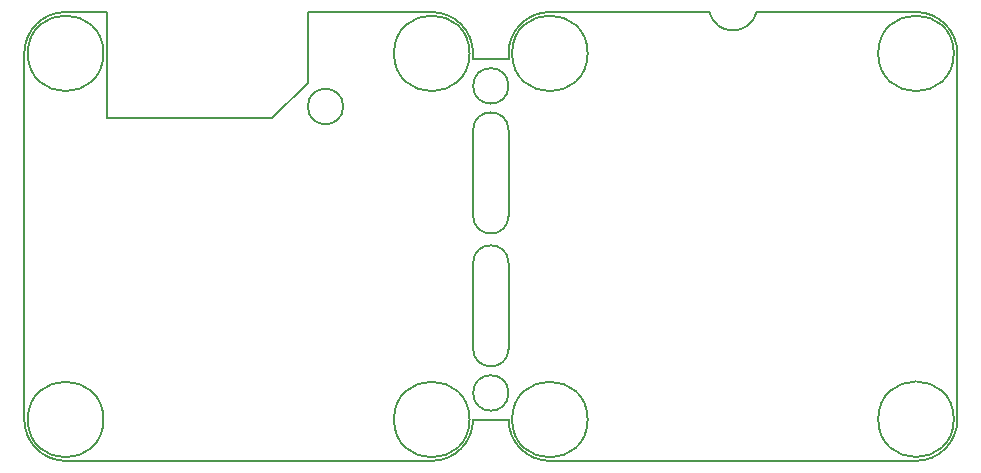
<source format=gbr>
%TF.GenerationSoftware,KiCad,Pcbnew,(5.1.8-0-10_14)*%
%TF.CreationDate,2021-02-08T17:53:51+01:00*%
%TF.ProjectId,ethersweep,65746865-7273-4776-9565-702e6b696361,rev?*%
%TF.SameCoordinates,Original*%
%TF.FileFunction,Other,Comment*%
%FSLAX46Y46*%
G04 Gerber Fmt 4.6, Leading zero omitted, Abs format (unit mm)*
G04 Created by KiCad (PCBNEW (5.1.8-0-10_14)) date 2021-02-08 17:53:51*
%MOMM*%
%LPD*%
G01*
G04 APERTURE LIST*
%TA.AperFunction,Profile*%
%ADD10C,0.150000*%
%TD*%
%ADD11C,0.150000*%
G04 APERTURE END LIST*
D10*
X163500000Y-98250000D02*
G75*
G02*
X160500000Y-98250000I-1500000J0D01*
G01*
X160500000Y-91000000D02*
G75*
G02*
X163500000Y-91000000I1500000J0D01*
G01*
X163500000Y-98250000D02*
X163500000Y-91000000D01*
X160500000Y-91000000D02*
X160500000Y-98250000D01*
X160500000Y-102250000D02*
G75*
G02*
X163500000Y-102250000I1500000J0D01*
G01*
X160500000Y-102250000D02*
X160500000Y-109500000D01*
X163500000Y-109500000D02*
X163500000Y-102250000D01*
X163500000Y-109500000D02*
G75*
G02*
X160500000Y-109500000I-1500000J0D01*
G01*
X163500000Y-87250000D02*
G75*
G03*
X163500000Y-87250000I-1500000J0D01*
G01*
X163500000Y-113250000D02*
G75*
G03*
X163500000Y-113250000I-1500000J0D01*
G01*
X160500000Y-84500000D02*
X160500000Y-85000000D01*
X163500000Y-84500000D02*
X163500000Y-85000000D01*
X160500000Y-115500000D02*
X163500000Y-115500000D01*
X163500000Y-85000000D02*
X160500000Y-85000000D01*
X149500000Y-89000000D02*
G75*
G03*
X149500000Y-89000000I-1500000J0D01*
G01*
X129500000Y-90000000D02*
X129500000Y-81000000D01*
X126000000Y-81000000D02*
X129500000Y-81000000D01*
X126000000Y-81000000D02*
G75*
G03*
X122500000Y-84500000I0J-3500000D01*
G01*
X146500000Y-81000000D02*
X157000000Y-81000000D01*
X143500000Y-90000000D02*
X129500000Y-90000000D01*
X146500000Y-87000000D02*
X143500000Y-90000000D01*
X146500000Y-81000000D02*
X146500000Y-87000000D01*
X180500000Y-81000000D02*
X167000000Y-81000000D01*
X184500000Y-81000000D02*
X198000000Y-81000000D01*
X184500000Y-81000000D02*
G75*
G02*
X180500000Y-81000000I-2000000J500000D01*
G01*
X163500000Y-84500000D02*
G75*
G02*
X167000000Y-81000000I3500000J0D01*
G01*
X201500000Y-115500000D02*
G75*
G02*
X198000000Y-119000000I-3500000J0D01*
G01*
X167000000Y-119000000D02*
G75*
G02*
X163500000Y-115500000I0J3500000D01*
G01*
X167000000Y-119000000D02*
X198000000Y-119000000D01*
X198000000Y-81000000D02*
G75*
G02*
X201500000Y-84500000I0J-3500000D01*
G01*
X201500000Y-115500000D02*
X201500000Y-84500000D01*
X122500000Y-115500000D02*
X122500000Y-84500000D01*
X160500000Y-84500000D02*
G75*
G03*
X157000000Y-81000000I-3500000J0D01*
G01*
X157000000Y-119000000D02*
G75*
G03*
X160500000Y-115500000I0J3500000D01*
G01*
X122500000Y-115500000D02*
G75*
G03*
X126000000Y-119000000I3500000J0D01*
G01*
X157000000Y-119000000D02*
X126000000Y-119000000D01*
D11*
X170200000Y-115500000D02*
G75*
G03*
X170200000Y-115500000I-3200000J0D01*
G01*
X201200000Y-115475001D02*
G75*
G03*
X201200000Y-115475001I-3200000J0D01*
G01*
X201200000Y-84500000D02*
G75*
G03*
X201200000Y-84500000I-3200000J0D01*
G01*
X170200000Y-84500000D02*
G75*
G03*
X170200000Y-84500000I-3200000J0D01*
G01*
X129200000Y-115500000D02*
G75*
G03*
X129200000Y-115500000I-3200000J0D01*
G01*
X160200000Y-115500000D02*
G75*
G03*
X160200000Y-115500000I-3200000J0D01*
G01*
X160200000Y-84500000D02*
G75*
G03*
X160200000Y-84500000I-3200000J0D01*
G01*
X129200000Y-84500000D02*
G75*
G03*
X129200000Y-84500000I-3200000J0D01*
G01*
M02*

</source>
